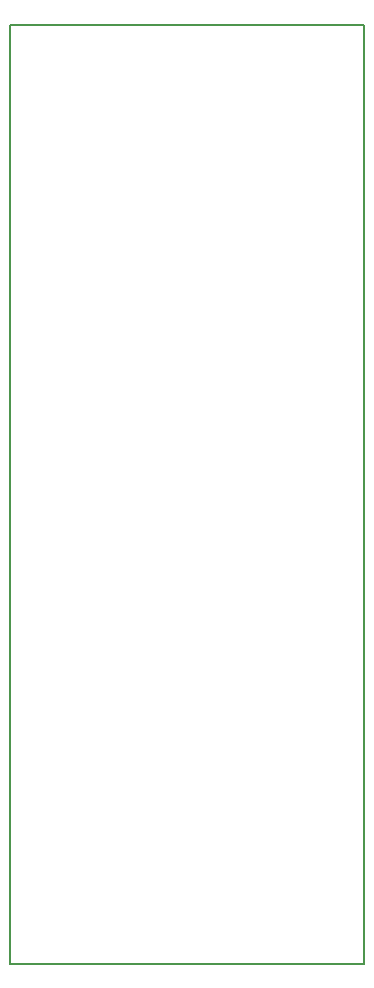
<source format=gbr>
G04 (created by PCBNEW (2013-04-21 BZR 4107)-testing) date Thursday, 06 June 2013 16:04:59*
%MOIN*%
G04 Gerber Fmt 3.4, Leading zero omitted, Abs format*
%FSLAX34Y34*%
G01*
G70*
G90*
G04 APERTURE LIST*
%ADD10C,0*%
%ADD11C,0.00590551*%
G04 APERTURE END LIST*
G54D10*
G54D11*
X47244Y-52952D02*
X47244Y-21653D01*
X59055Y-52952D02*
X47244Y-52952D01*
X59055Y-21653D02*
X59055Y-52952D01*
X47244Y-21653D02*
X59055Y-21653D01*
M02*

</source>
